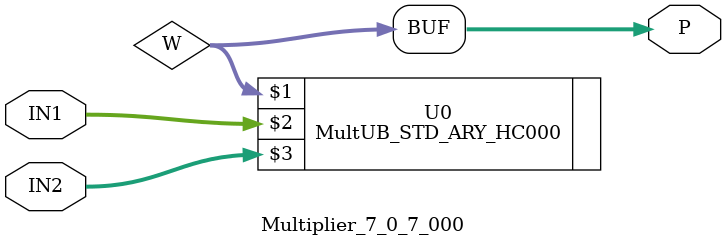
<source format=v>
module UB1BPPG_0_0(O, IN1, IN2);
  output O;
  input IN1;
  input IN2;
  assign O = IN1 & IN2;
endmodule

module UB1BPPG_1_0(O, IN1, IN2);
  output O;
  input IN1;
  input IN2;
  assign O = IN1 & IN2;
endmodule

module UB1BPPG_2_0(O, IN1, IN2);
  output O;
  input IN1;
  input IN2;
  assign O = IN1 & IN2;
endmodule

module UB1BPPG_3_0(O, IN1, IN2);
  output O;
  input IN1;
  input IN2;
  assign O = IN1 & IN2;
endmodule

module UB1BPPG_4_0(O, IN1, IN2);
  output O;
  input IN1;
  input IN2;
  assign O = IN1 & IN2;
endmodule

module UB1BPPG_5_0(O, IN1, IN2);
  output O;
  input IN1;
  input IN2;
  assign O = IN1 & IN2;
endmodule

module UB1BPPG_6_0(O, IN1, IN2);
  output O;
  input IN1;
  input IN2;
  assign O = IN1 & IN2;
endmodule

module UB1BPPG_7_0(O, IN1, IN2);
  output O;
  input IN1;
  input IN2;
  assign O = IN1 & IN2;
endmodule

module UB1BPPG_0_1(O, IN1, IN2);
  output O;
  input IN1;
  input IN2;
  assign O = IN1 & IN2;
endmodule

module UB1BPPG_1_1(O, IN1, IN2);
  output O;
  input IN1;
  input IN2;
  assign O = IN1 & IN2;
endmodule

module UB1BPPG_2_1(O, IN1, IN2);
  output O;
  input IN1;
  input IN2;
  assign O = IN1 & IN2;
endmodule

module UB1BPPG_3_1(O, IN1, IN2);
  output O;
  input IN1;
  input IN2;
  assign O = IN1 & IN2;
endmodule

module UB1BPPG_4_1(O, IN1, IN2);
  output O;
  input IN1;
  input IN2;
  assign O = IN1 & IN2;
endmodule

module UB1BPPG_5_1(O, IN1, IN2);
  output O;
  input IN1;
  input IN2;
  assign O = IN1 & IN2;
endmodule

module UB1BPPG_6_1(O, IN1, IN2);
  output O;
  input IN1;
  input IN2;
  assign O = IN1 & IN2;
endmodule

module UB1BPPG_7_1(O, IN1, IN2);
  output O;
  input IN1;
  input IN2;
  assign O = IN1 & IN2;
endmodule

module UB1BPPG_0_2(O, IN1, IN2);
  output O;
  input IN1;
  input IN2;
  assign O = IN1 & IN2;
endmodule

module UB1BPPG_1_2(O, IN1, IN2);
  output O;
  input IN1;
  input IN2;
  assign O = IN1 & IN2;
endmodule

module UB1BPPG_2_2(O, IN1, IN2);
  output O;
  input IN1;
  input IN2;
  assign O = IN1 & IN2;
endmodule

module UB1BPPG_3_2(O, IN1, IN2);
  output O;
  input IN1;
  input IN2;
  assign O = IN1 & IN2;
endmodule

module UB1BPPG_4_2(O, IN1, IN2);
  output O;
  input IN1;
  input IN2;
  assign O = IN1 & IN2;
endmodule

module UB1BPPG_5_2(O, IN1, IN2);
  output O;
  input IN1;
  input IN2;
  assign O = IN1 & IN2;
endmodule

module UB1BPPG_6_2(O, IN1, IN2);
  output O;
  input IN1;
  input IN2;
  assign O = IN1 & IN2;
endmodule

module UB1BPPG_7_2(O, IN1, IN2);
  output O;
  input IN1;
  input IN2;
  assign O = IN1 & IN2;
endmodule

module UB1BPPG_0_3(O, IN1, IN2);
  output O;
  input IN1;
  input IN2;
  assign O = IN1 & IN2;
endmodule

module UB1BPPG_1_3(O, IN1, IN2);
  output O;
  input IN1;
  input IN2;
  assign O = IN1 & IN2;
endmodule

module UB1BPPG_2_3(O, IN1, IN2);
  output O;
  input IN1;
  input IN2;
  assign O = IN1 & IN2;
endmodule

module UB1BPPG_3_3(O, IN1, IN2);
  output O;
  input IN1;
  input IN2;
  assign O = IN1 & IN2;
endmodule

module UB1BPPG_4_3(O, IN1, IN2);
  output O;
  input IN1;
  input IN2;
  assign O = IN1 & IN2;
endmodule

module UB1BPPG_5_3(O, IN1, IN2);
  output O;
  input IN1;
  input IN2;
  assign O = IN1 & IN2;
endmodule

module UB1BPPG_6_3(O, IN1, IN2);
  output O;
  input IN1;
  input IN2;
  assign O = IN1 & IN2;
endmodule

module UB1BPPG_7_3(O, IN1, IN2);
  output O;
  input IN1;
  input IN2;
  assign O = IN1 & IN2;
endmodule

module UB1BPPG_0_4(O, IN1, IN2);
  output O;
  input IN1;
  input IN2;
  assign O = IN1 & IN2;
endmodule

module UB1BPPG_1_4(O, IN1, IN2);
  output O;
  input IN1;
  input IN2;
  assign O = IN1 & IN2;
endmodule

module UB1BPPG_2_4(O, IN1, IN2);
  output O;
  input IN1;
  input IN2;
  assign O = IN1 & IN2;
endmodule

module UB1BPPG_3_4(O, IN1, IN2);
  output O;
  input IN1;
  input IN2;
  assign O = IN1 & IN2;
endmodule

module UB1BPPG_4_4(O, IN1, IN2);
  output O;
  input IN1;
  input IN2;
  assign O = IN1 & IN2;
endmodule

module UB1BPPG_5_4(O, IN1, IN2);
  output O;
  input IN1;
  input IN2;
  assign O = IN1 & IN2;
endmodule

module UB1BPPG_6_4(O, IN1, IN2);
  output O;
  input IN1;
  input IN2;
  assign O = IN1 & IN2;
endmodule

module UB1BPPG_7_4(O, IN1, IN2);
  output O;
  input IN1;
  input IN2;
  assign O = IN1 & IN2;
endmodule

module UB1BPPG_0_5(O, IN1, IN2);
  output O;
  input IN1;
  input IN2;
  assign O = IN1 & IN2;
endmodule

module UB1BPPG_1_5(O, IN1, IN2);
  output O;
  input IN1;
  input IN2;
  assign O = IN1 & IN2;
endmodule

module UB1BPPG_2_5(O, IN1, IN2);
  output O;
  input IN1;
  input IN2;
  assign O = IN1 & IN2;
endmodule

module UB1BPPG_3_5(O, IN1, IN2);
  output O;
  input IN1;
  input IN2;
  assign O = IN1 & IN2;
endmodule

module UB1BPPG_4_5(O, IN1, IN2);
  output O;
  input IN1;
  input IN2;
  assign O = IN1 & IN2;
endmodule

module UB1BPPG_5_5(O, IN1, IN2);
  output O;
  input IN1;
  input IN2;
  assign O = IN1 & IN2;
endmodule

module UB1BPPG_6_5(O, IN1, IN2);
  output O;
  input IN1;
  input IN2;
  assign O = IN1 & IN2;
endmodule

module UB1BPPG_7_5(O, IN1, IN2);
  output O;
  input IN1;
  input IN2;
  assign O = IN1 & IN2;
endmodule

module UB1BPPG_0_6(O, IN1, IN2);
  output O;
  input IN1;
  input IN2;
  assign O = IN1 & IN2;
endmodule

module UB1BPPG_1_6(O, IN1, IN2);
  output O;
  input IN1;
  input IN2;
  assign O = IN1 & IN2;
endmodule

module UB1BPPG_2_6(O, IN1, IN2);
  output O;
  input IN1;
  input IN2;
  assign O = IN1 & IN2;
endmodule

module UB1BPPG_3_6(O, IN1, IN2);
  output O;
  input IN1;
  input IN2;
  assign O = IN1 & IN2;
endmodule

module UB1BPPG_4_6(O, IN1, IN2);
  output O;
  input IN1;
  input IN2;
  assign O = IN1 & IN2;
endmodule

module UB1BPPG_5_6(O, IN1, IN2);
  output O;
  input IN1;
  input IN2;
  assign O = IN1 & IN2;
endmodule

module UB1BPPG_6_6(O, IN1, IN2);
  output O;
  input IN1;
  input IN2;
  assign O = IN1 & IN2;
endmodule

module UB1BPPG_7_6(O, IN1, IN2);
  output O;
  input IN1;
  input IN2;
  assign O = IN1 & IN2;
endmodule

module UB1BPPG_0_7(O, IN1, IN2);
  output O;
  input IN1;
  input IN2;
  assign O = IN1 & IN2;
endmodule

module UB1BPPG_1_7(O, IN1, IN2);
  output O;
  input IN1;
  input IN2;
  assign O = IN1 & IN2;
endmodule

module UB1BPPG_2_7(O, IN1, IN2);
  output O;
  input IN1;
  input IN2;
  assign O = IN1 & IN2;
endmodule

module UB1BPPG_3_7(O, IN1, IN2);
  output O;
  input IN1;
  input IN2;
  assign O = IN1 & IN2;
endmodule

module UB1BPPG_4_7(O, IN1, IN2);
  output O;
  input IN1;
  input IN2;
  assign O = IN1 & IN2;
endmodule

module UB1BPPG_5_7(O, IN1, IN2);
  output O;
  input IN1;
  input IN2;
  assign O = IN1 & IN2;
endmodule

module UB1BPPG_6_7(O, IN1, IN2);
  output O;
  input IN1;
  input IN2;
  assign O = IN1 & IN2;
endmodule

module UB1BPPG_7_7(O, IN1, IN2);
  output O;
  input IN1;
  input IN2;
  assign O = IN1 & IN2;
endmodule

module UB1DCON_0(O, I);
  output O;
  input I;
  assign O = I;
endmodule

module UBHA_1(C, S, X, Y);
  output C;
  output S;
  input X;
  input Y;
  assign C = X & Y;
  assign S = X ^ Y;
endmodule

module UBFA_2(C, S, X, Y, Z);
  output C;
  output S;
  input X;
  input Y;
  input Z;
  assign C = ( X & Y ) | ( Y & Z ) | ( Z & X );
  assign S = X ^ Y ^ Z;
endmodule

module UBFA_3(C, S, X, Y, Z);
  output C;
  output S;
  input X;
  input Y;
  input Z;
  assign C = ( X & Y ) | ( Y & Z ) | ( Z & X );
  assign S = X ^ Y ^ Z;
endmodule

module UBFA_4(C, S, X, Y, Z);
  output C;
  output S;
  input X;
  input Y;
  input Z;
  assign C = ( X & Y ) | ( Y & Z ) | ( Z & X );
  assign S = X ^ Y ^ Z;
endmodule

module UBFA_5(C, S, X, Y, Z);
  output C;
  output S;
  input X;
  input Y;
  input Z;
  assign C = ( X & Y ) | ( Y & Z ) | ( Z & X );
  assign S = X ^ Y ^ Z;
endmodule

module UBFA_6(C, S, X, Y, Z);
  output C;
  output S;
  input X;
  input Y;
  input Z;
  assign C = ( X & Y ) | ( Y & Z ) | ( Z & X );
  assign S = X ^ Y ^ Z;
endmodule

module UBFA_7(C, S, X, Y, Z);
  output C;
  output S;
  input X;
  input Y;
  input Z;
  assign C = ( X & Y ) | ( Y & Z ) | ( Z & X );
  assign S = X ^ Y ^ Z;
endmodule

module UBHA_8(C, S, X, Y);
  output C;
  output S;
  input X;
  input Y;
  assign C = X & Y;
  assign S = X ^ Y;
endmodule

module UB1DCON_9(O, I);
  output O;
  input I;
  assign O = I;
endmodule

module UB1DCON_1(O, I);
  output O;
  input I;
  assign O = I;
endmodule

module UBHA_2(C, S, X, Y);
  output C;
  output S;
  input X;
  input Y;
  assign C = X & Y;
  assign S = X ^ Y;
endmodule

module UBFA_8(C, S, X, Y, Z);
  output C;
  output S;
  input X;
  input Y;
  input Z;
  assign C = ( X & Y ) | ( Y & Z ) | ( Z & X );
  assign S = X ^ Y ^ Z;
endmodule

module UBFA_9(C, S, X, Y, Z);
  output C;
  output S;
  input X;
  input Y;
  input Z;
  assign C = ( X & Y ) | ( Y & Z ) | ( Z & X );
  assign S = X ^ Y ^ Z;
endmodule

module UB1DCON_10(O, I);
  output O;
  input I;
  assign O = I;
endmodule

module UB1DCON_2(O, I);
  output O;
  input I;
  assign O = I;
endmodule

module UBHA_3(C, S, X, Y);
  output C;
  output S;
  input X;
  input Y;
  assign C = X & Y;
  assign S = X ^ Y;
endmodule

module UBFA_10(C, S, X, Y, Z);
  output C;
  output S;
  input X;
  input Y;
  input Z;
  assign C = ( X & Y ) | ( Y & Z ) | ( Z & X );
  assign S = X ^ Y ^ Z;
endmodule

module UB1DCON_11(O, I);
  output O;
  input I;
  assign O = I;
endmodule

module UB1DCON_3(O, I);
  output O;
  input I;
  assign O = I;
endmodule

module UBHA_4(C, S, X, Y);
  output C;
  output S;
  input X;
  input Y;
  assign C = X & Y;
  assign S = X ^ Y;
endmodule

module UBFA_11(C, S, X, Y, Z);
  output C;
  output S;
  input X;
  input Y;
  input Z;
  assign C = ( X & Y ) | ( Y & Z ) | ( Z & X );
  assign S = X ^ Y ^ Z;
endmodule

module UB1DCON_12(O, I);
  output O;
  input I;
  assign O = I;
endmodule

module UB1DCON_4(O, I);
  output O;
  input I;
  assign O = I;
endmodule

module UBHA_5(C, S, X, Y);
  output C;
  output S;
  input X;
  input Y;
  assign C = X & Y;
  assign S = X ^ Y;
endmodule

module UBFA_12(C, S, X, Y, Z);
  output C;
  output S;
  input X;
  input Y;
  input Z;
  assign C = ( X & Y ) | ( Y & Z ) | ( Z & X );
  assign S = X ^ Y ^ Z;
endmodule

module UB1DCON_13(O, I);
  output O;
  input I;
  assign O = I;
endmodule

module UB1DCON_5(O, I);
  output O;
  input I;
  assign O = I;
endmodule

module UBHA_6(C, S, X, Y);
  output C;
  output S;
  input X;
  input Y;
  assign C = X & Y;
  assign S = X ^ Y;
endmodule

module UBFA_13(C, S, X, Y, Z);
  output C;
  output S;
  input X;
  input Y;
  input Z;
  assign C = ( X & Y ) | ( Y & Z ) | ( Z & X );
  assign S = X ^ Y ^ Z;
endmodule

module UB1DCON_14(O, I);
  output O;
  input I;
  assign O = I;
endmodule

module GPGenerator(Go, Po, A, B);
  output Go;
  output Po;
  input A;
  input B;
  assign Go = A & B;
  assign Po = A ^ B;
endmodule

module CarryOperator(Go, Po, Gi1, Pi1, Gi2, Pi2);
  output Go;
  output Po;
  input Gi1;
  input Gi2;
  input Pi1;
  input Pi2;
  assign Go = Gi1 | ( Gi2 & Pi1 );
  assign Po = Pi1 & Pi2;
endmodule

module UBPriHCA_14_7(S, X, Y, Cin);
  output [15:7] S;
  input Cin;
  input [14:7] X;
  input [14:7] Y;
  wire [14:7] G0;
  wire [14:7] G1;
  wire [14:7] G2;
  wire [14:7] G3;
  wire [14:7] G4;
  wire [14:7] P0;
  wire [14:7] P1;
  wire [14:7] P2;
  wire [14:7] P3;
  wire [14:7] P4;
  assign P1[7] = P0[7];
  assign G1[7] = G0[7];
  assign P1[9] = P0[9];
  assign G1[9] = G0[9];
  assign P1[11] = P0[11];
  assign G1[11] = G0[11];
  assign P1[13] = P0[13];
  assign G1[13] = G0[13];
  assign P2[7] = P1[7];
  assign G2[7] = G1[7];
  assign P2[8] = P1[8];
  assign G2[8] = G1[8];
  assign P2[9] = P1[9];
  assign G2[9] = G1[9];
  assign P2[11] = P1[11];
  assign G2[11] = G1[11];
  assign P2[13] = P1[13];
  assign G2[13] = G1[13];
  assign P3[7] = P2[7];
  assign G3[7] = G2[7];
  assign P3[8] = P2[8];
  assign G3[8] = G2[8];
  assign P3[9] = P2[9];
  assign G3[9] = G2[9];
  assign P3[10] = P2[10];
  assign G3[10] = G2[10];
  assign P3[11] = P2[11];
  assign G3[11] = G2[11];
  assign P3[13] = P2[13];
  assign G3[13] = G2[13];
  assign P4[7] = P3[7];
  assign G4[7] = G3[7];
  assign P4[8] = P3[8];
  assign G4[8] = G3[8];
  assign P4[10] = P3[10];
  assign G4[10] = G3[10];
  assign P4[12] = P3[12];
  assign G4[12] = G3[12];
  assign P4[14] = P3[14];
  assign G4[14] = G3[14];
  assign S[7] = Cin ^ P0[7];
  assign S[8] = ( G4[7] | ( P4[7] & Cin ) ) ^ P0[8];
  assign S[9] = ( G4[8] | ( P4[8] & Cin ) ) ^ P0[9];
  assign S[10] = ( G4[9] | ( P4[9] & Cin ) ) ^ P0[10];
  assign S[11] = ( G4[10] | ( P4[10] & Cin ) ) ^ P0[11];
  assign S[12] = ( G4[11] | ( P4[11] & Cin ) ) ^ P0[12];
  assign S[13] = ( G4[12] | ( P4[12] & Cin ) ) ^ P0[13];
  assign S[14] = ( G4[13] | ( P4[13] & Cin ) ) ^ P0[14];
  assign S[15] = G4[14] | ( P4[14] & Cin );
  GPGenerator U0 (G0[7], P0[7], X[7], Y[7]);
  GPGenerator U1 (G0[8], P0[8], X[8], Y[8]);
  GPGenerator U2 (G0[9], P0[9], X[9], Y[9]);
  GPGenerator U3 (G0[10], P0[10], X[10], Y[10]);
  GPGenerator U4 (G0[11], P0[11], X[11], Y[11]);
  GPGenerator U5 (G0[12], P0[12], X[12], Y[12]);
  GPGenerator U6 (G0[13], P0[13], X[13], Y[13]);
  GPGenerator U7 (G0[14], P0[14], X[14], Y[14]);
  CarryOperator U8 (G1[8], P1[8], G0[8], P0[8], G0[7], P0[7]);
  CarryOperator U9 (G1[10], P1[10], G0[10], P0[10], G0[9], P0[9]);
  CarryOperator U10 (G1[12], P1[12], G0[12], P0[12], G0[11], P0[11]);
  CarryOperator U11 (G1[14], P1[14], G0[14], P0[14], G0[13], P0[13]);
  CarryOperator U12 (G2[10], P2[10], G1[10], P1[10], G1[8], P1[8]);
  CarryOperator U13 (G2[12], P2[12], G1[12], P1[12], G1[10], P1[10]);
  CarryOperator U14 (G2[14], P2[14], G1[14], P1[14], G1[12], P1[12]);
  CarryOperator U15 (G3[12], P3[12], G2[12], P2[12], G2[8], P2[8]);
  CarryOperator U16 (G3[14], P3[14], G2[14], P2[14], G2[10], P2[10]);
  CarryOperator U17 (G4[9], P4[9], G3[9], P3[9], G3[8], P3[8]);
  CarryOperator U18 (G4[11], P4[11], G3[11], P3[11], G3[10], P3[10]);
  CarryOperator U19 (G4[13], P4[13], G3[13], P3[13], G3[12], P3[12]);
endmodule

module UBZero_7_7(O);
  output [7:7] O;
  assign O[7] = 0;
endmodule

module UB1DCON_6(O, I);
  output O;
  input I;
  assign O = I;
endmodule

module Multiplier_7_0_7_000(P, IN1, IN2);
  output [15:0] P;
  input [7:0] IN1;
  input [7:0] IN2;
  wire [15:0] W;
  assign P[0] = W[0];
  assign P[1] = W[1];
  assign P[2] = W[2];
  assign P[3] = W[3];
  assign P[4] = W[4];
  assign P[5] = W[5];
  assign P[6] = W[6];
  assign P[7] = W[7];
  assign P[8] = W[8];
  assign P[9] = W[9];
  assign P[10] = W[10];
  assign P[11] = W[11];
  assign P[12] = W[12];
  assign P[13] = W[13];
  assign P[14] = W[14];
  assign P[15] = W[15];
  MultUB_STD_ARY_HC000 U0 (W, IN1, IN2);
endmodule


</source>
